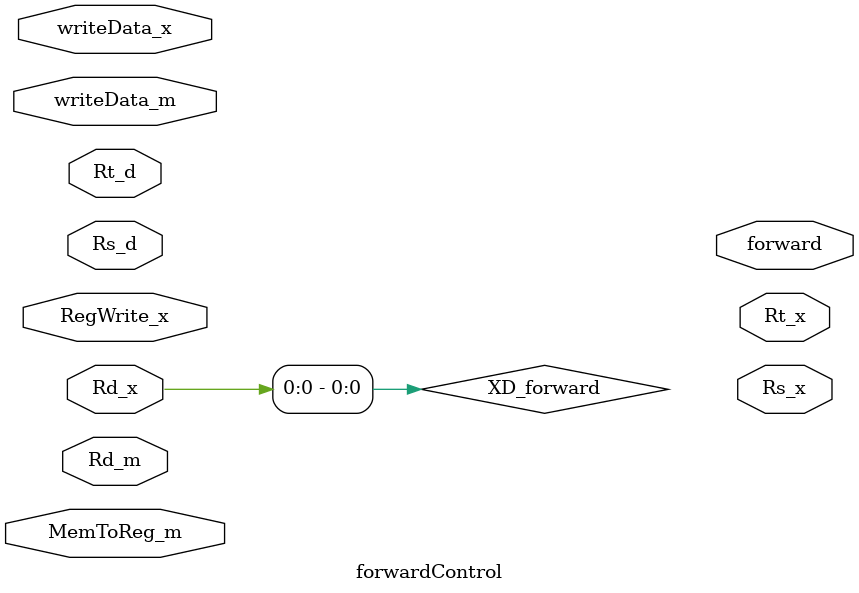
<source format=v>
/*
   CS/ECE 552 Spring '22
  
   Filename        : decode.v
   Description     : This is the module for the overall decode stage of the processor.
*/
`default_nettype none
module forwardControl(
    // inputs
    Rt_d, Rs_d, Rd_x, Rd_m,  writeData_x, writeData_m,
    RegWrite_x, MemToReg_m,
    // outputs
    Rs_x, Rt_x, forward
);
    // signals from control
    input wire [2:0] Rt_d, Rs_d;
    // Rd from execute and memory
    input wire [2:0] Rd_x, Rd_m;
    input wire [15:0] writeData_x, writeData_m;
    input wire RegWrite_x, MemToReg_m;

    // selecting the appropriate Rs and Rt for next execute
    output wire [15:0] Rs_x, Rt_x;
    output wire forward;

    wire XD_forward = (Rd_x);


endmodule
`default_nettype wire

</source>
